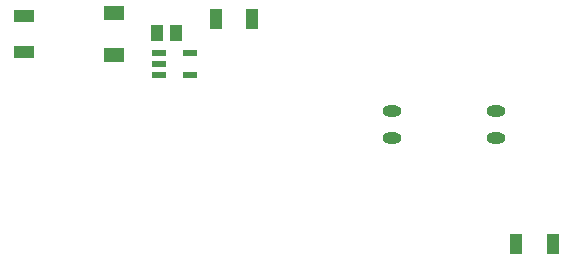
<source format=gbr>
%TF.GenerationSoftware,KiCad,Pcbnew,(6.0.8)*%
%TF.CreationDate,2023-01-11T15:10:28+01:00*%
%TF.ProjectId,TSAL_Voltage_Sensor,5453414c-5f56-46f6-9c74-6167655f5365,rev?*%
%TF.SameCoordinates,Original*%
%TF.FileFunction,Paste,Top*%
%TF.FilePolarity,Positive*%
%FSLAX46Y46*%
G04 Gerber Fmt 4.6, Leading zero omitted, Abs format (unit mm)*
G04 Created by KiCad (PCBNEW (6.0.8)) date 2023-01-11 15:10:28*
%MOMM*%
%LPD*%
G01*
G04 APERTURE LIST*
%ADD10R,1.700000X1.300000*%
%ADD11O,1.600000X0.950000*%
%ADD12R,1.150000X0.600000*%
%ADD13R,1.050000X1.800000*%
%ADD14R,1.800000X1.050000*%
%ADD15R,1.070000X1.470000*%
G04 APERTURE END LIST*
D10*
%TO.C,Z1*%
X88900000Y-72870000D03*
X88900000Y-69370000D03*
%TD*%
D11*
%TO.C,K1*%
X112440000Y-77597000D03*
X112440000Y-79883000D03*
X121240000Y-79883000D03*
X121240000Y-77597000D03*
%TD*%
D12*
%TO.C,CP1*%
X92680000Y-72710000D03*
X92680000Y-73660000D03*
X92680000Y-74610000D03*
X95280000Y-74610000D03*
X95280000Y-72710000D03*
%TD*%
D13*
%TO.C,R7*%
X126010000Y-88900000D03*
X122910000Y-88900000D03*
%TD*%
D14*
%TO.C,R5*%
X81280000Y-69570000D03*
X81280000Y-72670000D03*
%TD*%
D13*
%TO.C,R6*%
X100585212Y-69799441D03*
X97485212Y-69799441D03*
%TD*%
D15*
%TO.C,C1*%
X92507966Y-71013855D03*
X94147966Y-71013855D03*
%TD*%
M02*

</source>
